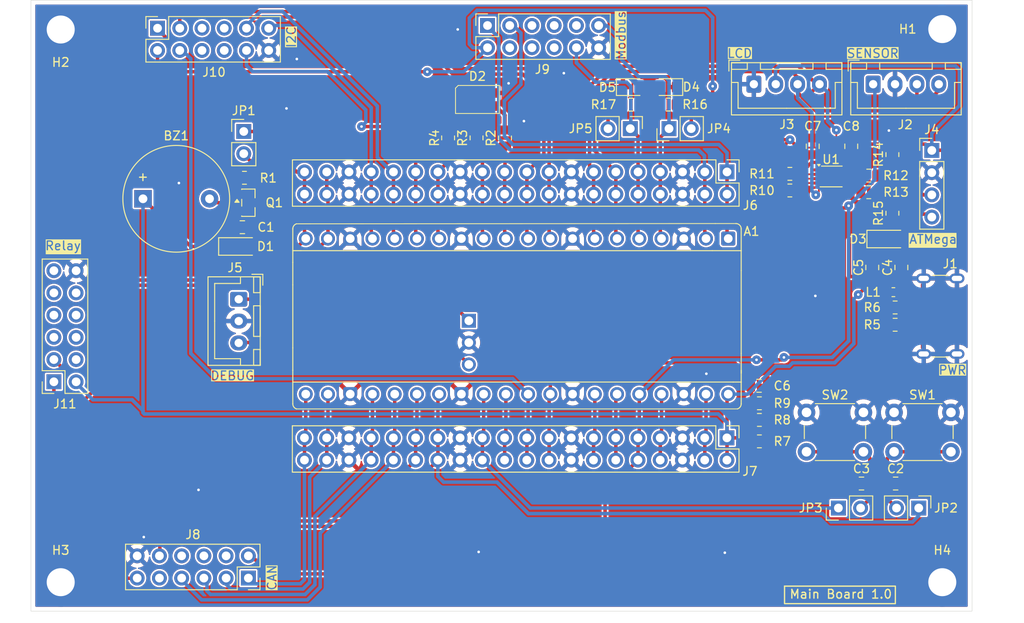
<source format=kicad_pcb>
(kicad_pcb (version 20241229) (generator "pcbnew") (generator_version "9.0")
  (title_block (title "Main_Board") (date "2025-10-26") (rev "1.0") (company "PKl"))
  (layers (0 "F.Cu" signal) (2 "B.Cu" signal) (13 "F.Paste" user) (15 "B.Paste" user) (5 "F.SilkS" user "F.Silkscreen") (7 "B.SilkS" user "B.Silkscreen") (1 "F.Mask" user) (3 "B.Mask" user) (25 "Edge.Cuts" user))
  (net 0 "")
  (net 1 "GPIO12")
  (net 2 "GPIO21")
  (net 3 "GND")
  (net 4 "ADC2")
  (net 5 "ADC_REF")
  (net 6 "GPIO20")
  (net 7 "GPIO9")
  (net 8 "GPIO8")
  (net 9 "ADC0")
  (net 10 "GPIO11")
  (net 11 "SPI0_CS")
  (net 12 "ADC1")
  (net 13 "GPIO2")
  (net 14 "UART0_TX")
  (net 15 "I2C0_SDA")
  (net 16 "SPI0_SCK")
  (net 17 "+3V3")
  (net 18 "SPI0_MOSI")
  (net 19 "I2C0_SCL")
  (net 20 "GPIO3")
  (net 21 "SPI0_MISO")
  (net 22 "I2C1_SCL")
  (net 23 "3V3_EN")
  (net 24 "GPIO22")
  (net 25 "UART0_RX")
  (net 26 "3V3")
  (net 27 "GPIO10")
  (net 28 "RUN")
  (net 29 "5V")
  (net 30 "Net-(BZ1--)")
  (net 31 "I2C1_SDA")
  (net 32 "USB_VBUS")
  (net 33 "USB_CC1")
  (net 34 "USB_CC2")
  (net 35 "SWCLK")
  (net 36 "SWDIO")
  (net 37 "Net-(D2-DO)")
  (net 38 "Net-(D2-VDD)")
  (net 39 "GPIO15")
  (net 40 "GPIO13")
  (net 41 "GPIO14")
  (net 42 "Net-(D2-DI)")
  (net 43 "Net-(D4-A)")
  (net 44 "Net-(D5-A)")
  (net 45 "Net-(Q1-B)")
  (net 46 "Net-(R7-Pad2)")
  (net 47 "Net-(U1-SCL2)")
  (net 48 "Net-(U1-SDA2)")
  (net 49 "I2C_5V_SDA")
  (net 50 "I2C_5V_SCL")
  (net 51 "Net-(JP2-B)")
  (net 52 "Net-(JP3-B)")
  (net 53 "Net-(JP1-B)")
  (net 54 "Net-(JP4-B)")
  (net 55 "Net-(JP5-B)")
  (footprint "Diode_SMD:D_SOD-123F" (layer "F.Cu") (at 188.29 91.27)
    (property "Reference" "D3")
    (property "Value" "SMF5.0A")
  )
  (footprint "Capacitor_SMD:C_0805_2012Metric" (layer "F.Cu") (at 190.015 94.52 -90)
    (property "Reference" "C4")
    (property "Value" "10uF")
  )
  (footprint "MountingHole:MountingHole_3.2mm_M3_DIN965_Pad" (layer "F.Cu") (at 194.69 67.27)
    (property "Reference" "H1")
    (property "Value" "MountingHole_Pad")
  )
  (footprint "Resistor_SMD:R_0805_2012Metric" (layer "F.Cu") (at 163.3875 75.9)
    (property "Reference" "R16")
    (property "Value" "330")
  )
  (footprint "Connector_PinHeader_2.54mm:PinHeader_2x20_P2.54mm_Vertical" (layer "F.Cu") (at 170.09 114 -90)
    (property "Reference" "J7")
    (property "Value" "Pico_Con2")
  )
  (footprint "Resistor_SMD:R_0805_2012Metric" (layer "F.Cu") (at 186.29 85.92 180)
    (property "Reference" "R13")
    (property "Value" "0")
  )
  (footprint "Capacitor_SMD:C_0805_2012Metric" (layer "F.Cu") (at 179.89 80.67 90)
    (property "Reference" "C7")
    (property "Value" "100nF")
  )
  (footprint "Connector_PinSocket_2.54mm:PinSocket_2x06_P2.54mm_Vertical" (layer "F.Cu") (at 115.425 130.03 -90)
    (property "Reference" "J8")
    (property "Value" "CAN")
  )
  (footprint "MountingHole:MountingHole_3.2mm_M3_DIN965_Pad" (layer "F.Cu") (at 93.99 67.32)
    (property "Reference" "H2")
    (property "Value" "MountingHole_Pad")
  )
  (footprint "Resistor_SMD:R_0805_2012Metric" (layer "F.Cu") (at 159.125 75.91 180)
    (property "Reference" "R17")
    (property "Value" "330")
  )
  (footprint "Resistor_SMD:R_0805_2012Metric" (layer "F.Cu") (at 186.29 84.02 180)
    (property "Reference" "R12")
    (property "Value" "0")
  )
  (footprint "Connector_PinHeader_2.54mm:PinHeader_1x02_P2.54mm_Vertical" (layer "F.Cu") (at 182.82 122.02 90)
    (property "Reference" "JP3")
    (property "Value" "Jumper_2_Bridged")
  )
  (footprint "Resistor_SMD:R_0805_2012Metric" (layer "F.Cu") (at 173.7975 110.05)
    (property "Reference" "R9")
    (property "Value" "1K")
  )
  (footprint "Connector_PinHeader_2.54mm:PinHeader_1x04_P2.54mm_Vertical" (layer "F.Cu") (at 193.49 81.14)
    (property "Reference" "J4")
    (property "Value" "ATMega")
  )
  (footprint "Resistor_SMD:R_0805_2012Metric" (layer "F.Cu") (at 173.7975 114.4)
    (property "Reference" "R7")
    (property "Value" "100K")
  )
  (footprint "Connector_PinHeader_2.54mm:PinHeader_1x02_P2.54mm_Vertical" (layer "F.Cu") (at 163.475 78.65 90)
    (property "Reference" "JP4")
    (property "Value" "Jumper_2_Bridged")
  )
  (footprint "Buzzer_Beeper:Buzzer_12x9.5RM7.6" (layer "F.Cu") (at 103.39 86.67)
    (property "Reference" "BZ1")
    (property "Value" "Buzzer 5V 12mm")
  )
  (footprint "Connector_JST:JST_XH_B4B-XH-A_1x04_P2.50mm_Vertical" (layer "F.Cu") (at 186.79 73.57)
    (property "Reference" "J2")
    (property "Value" "Sensor")
  )
  (footprint "Library:RaspberryPi_Pico_Common_Unspecified" (layer "F.Cu") (at 146.11 100.11 -90)
    (property "Reference" "A1")
    (property "Value" "RaspberryPi Pico 2W")
  )
  (footprint "Resistor_SMD:R_0805_2012Metric" (layer "F.Cu") (at 177.2775 85.72)
    (property "Reference" "R10")
    (property "Value" "0")
  )
  (footprint "Connector_PinSocket_2.54mm:PinSocket_2x06_P2.54mm_Vertical" (layer "F.Cu") (at 93.21 107.59 180)
    (property "Reference" "J11")
    (property "Value" "Relay")
  )
  (footprint "LED_SMD:LED_Avago_PLCC4_3.2x2.8mm_CW" (layer "F.Cu") (at 141.59 75.32)
    (property "Reference" "D2")
    (property "Value" "OSTBPCS2C2B")
  )
  (footprint "MountingHole:MountingHole_3.2mm_M3_DIN965_Pad" (layer "F.Cu") (at 194.69 130.5)
    (property "Reference" "H4")
    (property "Value" "MountingHole_Pad")
  )
  (footprint "Button_Switch_THT:SW_PUSH_6mm" (layer "F.Cu") (at 179.18 111.09)
    (property "Reference" "SW2")
    (property "Value" "Tact Switch 6x6mm / 13mm")
  )
  (footprint "Resistor_SMD:R_0805_2012Metric" (layer "F.Cu") (at 141.49 79.7075 -90)
    (property "Reference" "R3")
    (property "Value" "220")
  )
  (footprint "Resistor_SMD:R_0805_2012Metric" (layer "F.Cu") (at 114.9775 84.27)
    (property "Reference" "R1")
    (property "Value" "1K")
  )
  (footprint "Resistor_SMD:R_0805_2012Metric" (layer "F.Cu") (at 138.24 79.7075 -90)
    (property "Reference" "R4")
    (property "Value" "220")
  )
  (footprint "Inductor_SMD:L_0603_1608Metric" (layer "F.Cu") (at 189.1025 97.345)
    (property "Reference" "L1")
    (property "Value" "BLM18AG221SN1D")
  )
  (footprint "Connector_PinSocket_2.54mm:PinSocket_2x06_P2.54mm_Vertical" (layer "F.Cu") (at 142.74 66.86 90)
    (property "Reference" "J9")
    (property "Value" "Modbus")
  )
  (footprint "Capacitor_SMD:C_0805_2012Metric" (layer "F.Cu") (at 185.46 119.22 180)
    (property "Reference" "C3")
    (property "Value" "100nF")
  )
  (footprint "Resistor_SMD:R_0805_2012Metric" (layer "F.Cu") (at 173.7975 111.95 180)
    (property "Reference" "R8")
    (property "Value" "200K")
  )
  (footprint "Connector_PinHeader_2.54mm:PinHeader_1x02_P2.54mm_Vertical" (layer "F.Cu") (at 114.9 78.975)
    (property "Reference" "JP1")
    (property "Value" "Jumper_2_Bridged")
  )
  (footprint "Button_Switch_THT:SW_PUSH_6mm" (layer "F.Cu") (at 189.18 111.09)
    (property "Reference" "SW1")
    (property "Value" "Tact Switch 6x6mm / 13mm")
  )
  (footprint "LED_SMD:LED_0805_2012Metric" (layer "F.Cu") (at 159.15 73.9)
    (property "Reference" "D5")
    (property "Value" "LED")
  )
  (footprint "Connector_PinHeader_2.54mm:PinHeader_1x02_P2.54mm_Vertical" (layer "F.Cu") (at 159.05 78.65 -90)
    (property "Reference" "JP5")
    (property "Value" "Jumper_2_Bridged")
  )
  (footprint "Capacitor_SMD:C_0805_2012Metric" (layer "F.Cu") (at 189.36 119.22)
    (property "Reference" "C2")
    (property "Value" "100nF")
  )
  (footprint "Resistor_SMD:R_0805_2012Metric" (layer "F.Cu") (at 188.99 88.32 -90)
    (property "Reference" "R15")
    (property "Value" "4K7")
  )
  (footprint "Connector_JST:JST_XH_B4B-XH-A_1x04_P2.50mm_Vertical" (layer "F.Cu") (at 173.165 73.57)
    (property "Reference" "J3")
    (property "Value" "LCD 16x2")
  )
  (footprint "LED_SMD:LED_0805_2012Metric" (layer "F.Cu") (at 163.35 73.9 180)
    (property "Reference" "D4")
    (property "Value" "LED")
  )
  (footprint "Capacitor_SMD:C_0805_2012Metric" (layer "F.Cu") (at 114.74 89.92 180)
    (property "Reference" "C1")
    (property "Value" "100nF")
  )
  (footprint "Resistor_SMD:R_0805_2012Metric" (layer "F.Cu") (at 188.99 81.62 -90)
    (property "Reference" "R14")
    (property "Value" "4K7")
  )
  (footprint "Capacitor_SMD:C_0805_2012Metric" (layer "F.Cu") (at 173.76 108.05)
    (property "Reference" "C6")
    (property "Value" "100nF")
  )
  (footprint "Connector_JST:JST_XH_B3B-XH-A_1x03_P2.50mm_Vertical" (layer "F.Cu") (at 114.325 98.15 -90)
    (property "Reference" "J5")
    (property "Value" "DEBUG")
  )
  (footprint "MountingHole:MountingHole_3.2mm_M3_DIN965_Pad" (layer "F.Cu") (at 93.99 130.5)
    (property "Reference" "H3")
    (property "Value" "MountingHole_Pad")
  )
  (footprint "Connector_PinHeader_2.54mm:PinHeader_2x20_P2.54mm_Vertical" (layer "F.Cu") (at 170.1 83.6 -90)
    (property "Reference" "J6")
    (property "Value" "Pico_Con1")
  )
  (footprint "Resistor_SMD:R_0805_2012Metric" (layer "F.Cu") (at 189.3025 99.095)
    (property "Reference" "R6")
    (property "Value" "5K1")
  )
  (footprint "Package_SO:VSSOP-8_2.3x2mm_P0.5mm" (layer "F.Cu") (at 181.99 84.12)
    (property "Reference" "U1")
    (property "Value" "PCA9306DCUR")
  )
  (footprint "Connector_PinSocket_2.54mm:PinSocket_2x06_P2.54mm_Vertical" (layer "F.Cu") (at 105.05 67.17 90)
    (property "Reference" "J10")
    (property "Value" "I2C")
  )
  (footprint "Capacitor_SMD:C_0805_2012Metric" (layer "F.Cu") (at 186.69 94.52 -90)
    (property "Reference" "C5")
    (property "Value" "100nF")
  )
  (footprint "Resistor_SMD:R_0805_2012Metric" (layer "F.Cu") (at 144.74 79.72 -90)
    (property "Reference" "R2")
    (property "Value" "220")
  )
  (footprint "Resistor_SMD:R_0805_2012Metric" (layer "F.Cu") (at 189.3025 101.07)
    (property "Reference" "R5")
    (property "Value" "5K1")
  )
  (footprint "Package_TO_SOT_SMD:SOT-23" (layer "F.Cu") (at 115.4275 87.12)
    (property "Reference" "Q1")
    (property "Value" "BC817-40-DIO")
  )
  (footprint "Connector_USB:USB_C_Receptacle_GCT_USB4125-xx-x_6P_TopMnt_Horizontal" (layer "F.Cu") (at 195.565 100.09 90)
    (property "Reference" "J1")
    (property "Value" "USB_C_Receptacle_PowerOnly_6P")
  )
  (footprint "Capacitor_SMD:C_0805_2012Metric" (layer "F.Cu") (at 184.29 80.67 90)
    (property "Reference" "C8")
    (property "Value" "100nF")
  )
  (footprint "Connector_PinHeader_2.54mm:PinHeader_1x02_P2.54mm_Vertical" (layer "F.Cu") (at 192 122.02 -90)
    (property "Reference" "JP2")
    (property "Value" "Jumper_2_Bridged")
  )
  (footprint "Diode_SMD:D_SOD-123F" (layer "F.Cu") (at 114.24 92.12)
    (property "Reference" "D1")
    (property "Value" "1N4148W-DIO")
  )
  (footprint "Resistor_SMD:R_0805_2012Metric" (layer "F.Cu") (at 177.2775 83.82)
    (property "Reference" "R11")
    (property "Value" "0")
  )
  (gr_rect (start 176.67 130.95) (end 189.33 132.95) (stroke (width 0.15)) (fill no) (layer "F.SilkS"))
  (gr_rect (start 90.59 63.97) (end 198.09 133.81) (stroke (width 0.05)) (fill no) (layer "Edge.Cuts"))
  (gr_text "CAN" (at 118.13 129.97 90) (layer "F.SilkS" knockout) (effects (font (size 1 1))))
  (gr_text "I2C" (at 120.34 68.18 90) (layer "F.SilkS" knockout) (effects (font (size 1 1))))
  (gr_text "Modbus" (at 158 68 90) (layer "F.SilkS" knockout) (effects (font (size 1 1))))
  (gr_text "DEBUG" (at 113.6 106.9 0) (layer "F.SilkS" knockout) (effects (font (size 1 1))))
  (gr_text "SENSOR" (at 186.75 70.05 0) (layer "F.SilkS" knockout) (effects (font (size 1 1))))
  (gr_text "ATMega" (at 193.65 91.3 0) (layer "F.SilkS" knockout) (effects (font (size 1 1))))
  (gr_text "Main Board 1.0" (at 177.17 132.45 0) (layer "F.SilkS") (effects (font (size 1 1)) (justify left bottom)))
  (gr_text "PWR" (at 195.85 106.25 0) (layer "F.SilkS" knockout) (effects (font (size 1 1))))
  (gr_text "LCD" (at 171.55 70.05 0) (layer "F.SilkS" knockout) (effects (font (size 1 1))))
  (gr_text "Relay" (at 94.25 92.04 0) (layer "F.SilkS" knockout) (effects (font (size 1 1))))
  (segment (start 132 86.2) (end 132 91.08) (width 0.4) (layer "F.Cu") (net 1))
  (segment (start 132 91.08) (end 132.14 91.22) (width 0.4) (layer "F.Cu") (net 1))
  (segment (start 132 86.2) (end 132 83.66) (width 0.4) (layer "F.Cu") (net 1))
  (segment (start 131.82 83.6) (end 132 83.6) (width 0.4) (layer "B.Cu") (net 1))
  (segment (start 116.83 65.24) (end 119.32 65.24) (width 0.4) (layer "B.Cu") (net 1))
  (segment (start 115.21 66.86) (end 116.83 65.24) (width 0.4) (layer "B.Cu") (net 1))
  (segment (start 130.16 76.08) (end 130.16 81.94) (width 0.4) (layer "B.Cu") (net 1))
  (segment (start 130.16 81.94) (end 131.82 83.6) (width 0.4) (layer "B.Cu") (net 1))
  (segment (start 119.32 65.24) (end 130.16 76.08) (width 0.4) (layer "B.Cu") (net 1))
  (segment (start 137.08 116.54) (end 137.08 114) (width 0.4) (layer "F.Cu") (net 2))
  (segment (start 133.78 118.14) (end 135.47 118.14) (width 0.4) (layer "F.Cu") (net 2))
  (segment (start 105.265 127.49) (end 105.315 127.44) (width 0.4) (layer "F.Cu") (net 2))
  (segment (start 135.47 118.14) (end 137.07 116.54) (width 0.4) (layer "F.Cu") (net 2))
  (segment (start 107.14 124.13) (end 127.79 124.13) (width 0.4) (layer "F.Cu") (net 2))
  (segment (start 105.315 125.955) (end 107.14 124.13) (width 0.4) (layer "F.Cu") (net 2))
  (segment (start 137.08 109.14) (end 137.22 109) (width 0.4) (layer "F.Cu") (net 2))
  (segment (start 192 122.02) (end 192 122.18) (width 0.4) (layer "F.Cu") (net 2))
  (segment (start 127.79 124.13) (end 133.78 118.14) (width 0.4) (layer "F.Cu") (net 2))
  (segment (start 137.49 116.96) (end 137.07 116.54) (width 0.4) (layer "F.Cu") (net 2))
  (segment (start 105.315 127.44) (end 105.315 125.955) (width 0.4) (layer "F.Cu") (net 2))
  (segment (start 137.08 114) (end 137.08 109.14) (width 0.4) (layer "F.Cu") (net 2))
  (segment (start 137.05 116.56) (end 137.07 116.54) (width 0.4) (layer "F.Cu") (net 2))
  (segment (start 191.28 123.62) (end 181.98 123.62) (width 0.4) (layer "B.Cu") (net 2))
  (segment (start 147.42 122.66) (end 143.82 119.06) (width 0.4) (layer "B.Cu") (net 2))
  (segment (start 181.98 123.62) (end 181.02 122.66) (width 0.4) (layer "B.Cu") (net 2))
  (segment (start 181.02 122.66) (end 147.42 122.66) (width 0.4) (layer "B.Cu") (net 2))
  (segment (start 137.72 119.06) (end 137.07 118.41) (width 0.4) (layer "B.Cu") (net 2))
  (segment (start 143.82 119.06) (end 137.72 119.06) (width 0.4) (layer "B.Cu") (net 2))
  (segment (start 192 122.9) (end 191.28 123.62) (width 0.4) (layer "B.Cu") (net 2))
  (segment (start 137.07 118.41) (end 137.07 116.54) (width 0.4) (layer "B.Cu") (net 2))
  (segment (start 192 122.02) (end 192 122.9) (width 0.4) (layer "B.Cu") (net 2))
  (segment (start 194.96 128.91) (end 195.12 128.75) (width 0.4) (layer "F.Cu") (net 3))
  (via (at 188.59 78.87) (size 1) (drill 0.3) (layers "F.Cu" "B.Cu") (net 3))
  (via (at 139.34 67.31) (size 1) (drill 0.3) (layers "F.Cu" "B.Cu") (net 3))
  (via (at 120.96 70.69) (size 1) (drill 0.3) (layers "F.Cu" "B.Cu") (net 3))
  (via (at 167.74 106.67) (size 1) (drill 0.3) (layers "F.Cu" "B.Cu") (net 3))
  (via (at 103.48 125.34) (size 1) (drill 0.3) (layers "F.Cu" "B.Cu") (net 3))
  (via (at 169.85 127.13) (size 1) (drill 0.3) (layers "F.Cu" "B.Cu") (net 3))
  (via (at 180.19 97.77) (size 1) (drill 0.3) (layers "F.Cu" "B.Cu") (net 3))
  (via (at 151.46 72.31) (size 1) (drill 0.3) (layers "F.Cu" "B.Cu") (net 3))
  (via (at 146.9 77.79) (size 1) (drill 0.3) (layers "F.Cu" "B.Cu") (net 3))
  (via (at 107.49 84.87) (size 1) (drill 0.3) (layers "F.Cu" "B.Cu") (net 3))
  (via (at 145.15 73.47) (size 1) (drill 0.3) (layers "F.Cu" "B.Cu") (net 3))
  (via (at 141.73 127.04) (size 1) (drill 0.3) (layers "F.Cu" "B.Cu") (net 3))
  (via (at 109.73 119.95) (size 1) (drill 0.3) (layers "F.Cu" "B.Cu") (net 3))
  (via (at 119.78 76.34) (size 1) (drill 0.3) (layers "F.Cu" "B.Cu") (net 3))
  (segment (start 155 113.86) (end 154.86 114) (width 0.4) (layer "F.Cu") (net 4))
  (segment (start 154.86 114) (end 154.86 116.54) (width 0.4) (layer "F.Cu") (net 4))
  (segment (start 155 109) (end 155 113.86) (width 0.4) (layer "F.Cu") (net 4))
  (segment (start 157.4 109.14) (end 157.54 109) (width 0.4) (layer "F.Cu") (net 5))
  (segment (start 157.4 116.54) (end 157.4 114) (width 0.4) (layer "F.Cu") (net 5))
  (segment (start 157.4 114) (end 157.4 109.14) (width 0.4) (layer "F.Cu") (net 5))
  (segment (start 99.65 129.52) (end 100.21 130.08) (width 0.4) (layer "F.Cu") (net 6))
  (segment (start 134.53 116.54) (end 127.57 123.5) (width 0.4) (layer "F.Cu") (net 6))
  (segment (start 100.21 130.08) (end 100.24 130.05) (width 0.4) (layer "F.Cu") (net 6))
  (segment (start 101.96 123.5) (end 99.65 125.81) (width 0.4) (layer "F.Cu") (net 6))
  (segment (start 127.57 123.5) (end 101.96 123.5) (width 0.4) (layer "F.Cu") (net 6))
  (segment (start 134.53 114) (end 134.53 116.54) (width 0.4) (layer "F.Cu") (net 6))
  (segment (start 134.68 113.85) (end 134.53 114) (width 0.4) (layer "F.Cu") (net 6))
  (segment (start 102.705 130.05) (end 102.725 130.03) (width 0.4) (layer "F.Cu") (net 6))
  (segment (start 99.65 125.81) (end 99.65 129.52) (width 0.4) (layer "F.Cu") (net 6))
  (segment (start 100.24 130.05) (end 102.705 130.05) (width 0.4) (layer "F.Cu") (net 6))
  (segment (start 134.68 109) (end 134.68 113.85) (width 0.4) (layer "F.Cu") (net 6))
  (segment (start 142.16 91.08) (end 142.3 91.22) (width 0.4) (layer "F.Cu") (net 7))
  (segment (start 142.16 81.29) (end 142.16 83.6) (width 0.4) (layer "F.Cu") (net 7))
  (segment (start 141.49 80.62) (end 142.16 81.29) (width 0.4) (layer "F.Cu") (net 7))
  (segment (start 142.16 86.2) (end 142.16 91.08) (width 0.4) (layer "F.Cu") (net 7))
  (segment (start 142.16 83.66) (end 142.16 86.2) (width 0.4) (layer "F.Cu") (net 7))
  (segment (start 144.7 91.08) (end 144.84 91.22) (width 0.4) (layer "F.Cu") (net 8))
  (segment (start 144.7 83.66) (end 144.7 86.2) (width 0.4) (layer "F.Cu") (net 8))
  (segment (start 144.7 86.2) (end 144.7 91.08) (width 0.4) (layer "F.Cu") (net 8))
  (segment (start 144.74 83.56) (end 144.7 83.6) (width 0.4) (layer "F.Cu") (net 8))
  (segment (start 144.74 80.6325) (end 144.74 83.56) (width 0.4) (layer "F.Cu") (net 8))
  (segment (start 147.38 109) (end 147.38 113.86) (width 0.4) (layer "F.Cu") (net 9))
  (segment (start 147.24 114) (end 147.24 116.54) (width 0.4) (layer "F.Cu") (net 9))
  (segment (start 147.38 113.86) (end 147.24 114) (width 0.4) (layer "F.Cu") (net 9))
  (segment (start 111.75 107.24) (end 145.62 107.24) (width 0.4) (layer "B.Cu") (net 9))
  (segment (start 145.62 107.24) (end 147.38 109) (width 0.4) (layer "B.Cu") (net 9))
  (segment (start 108.85 104.34) (end 111.75 107.24) (width 0.4) (layer "B.Cu") (net 9))
  (segment (start 108.85 70.66) (end 108.85 104.34) (width 0.4) (layer "B.Cu") (net 9))
  (segment (start 107.59 69.4) (end 108.85 70.66) (width 0.4) (layer "B.Cu") (net 9))
  (segment (start 128.35 78.41) (end 134.03 78.41) (width 0.4) (layer "F.Cu") (net 10))
  (segment (start 134.03 78.41) (end 134.54 78.92) (width 0.4) (layer "F.Cu") (net 10))
  (segment (start 134.54 86.2) (end 134.54 91.08) (width 0.4) (layer "F.Cu") (net 10))
  (segment (start 134.54 78.92) (end 134.54 83.6) (width 0.4) (layer "F.Cu") (net 10))
  (segment (start 134.54 83.66) (end 134.54 86.2) (width 0.4) (layer "F.Cu") (net 10))
  (segment (start 134.54 91.08) (end 134.68 91.22) (width 0.4) (layer "F.Cu") (net 10))
  (via (at 128.35 78.41) (size 1) (drill 0.3) (layers "F.Cu" "B.Cu") (net 10))
  (segment (start 115.21 71.43) (end 115.9 72.12) (width 0.4) (layer "B.Cu") (net 10))
  (segment (start 128.35 78.41) (end 128.31 78.45) (width 0.4) (layer "B.Cu") (net 10))
  (segment (start 128.84 77.92) (end 128.35 78.41) (width 0.4) (layer "B.Cu") (net 10))
  (segment (start 128.84 76.52) (end 128.84 77.92) (width 0.4) (layer "B.Cu") (net 10))
  (segment (start 115.21 69.4) (end 115.21 71.43) (width 0.4) (layer "B.Cu") (net 10))
  (segment (start 115.9 72.12) (end 124.44 72.12) (width 0.4) (layer "B.Cu") (net 10))
  (segment (start 124.44 72.12) (end 128.84 76.52) (width 0.4) (layer "B.Cu") (net 10))
  (segment (start 124.52 109) (end 124.52 113.86) (width 0.4) (layer "F.Cu") (net 11))
  (segment (start 124.38 114) (end 124.38 116.54) (width 0.4) (layer "F.Cu") (net 11))
  (segment (start 124.52 113.86) (end 124.38 114) (width 0.4) (layer "F.Cu") (net 11))
  (segment (start 122.43 130.51) (end 121.66 131.28) (width 0.4) (layer "B.Cu") (net 11))
  (segment (start 122.43 118.48) (end 122.43 130.51) (width 0.4) (layer "B.Cu") (net 11))
  (segment (start 112.935 130.775) (end 112.935 130.4) (width 0.4) (layer "B.Cu") (net 11))
  (segment (start 113.44 131.28) (end 112.935 130.775) (width 0.4) (layer "B.Cu") (net 11))
  (segment (start 124.37 116.54) (end 122.43 118.48) (width 0.4) (layer "B.Cu") (net 11))
  (segment (start 121.66 131.28) (end 113.44 131.28) (width 0.4) (layer "B.Cu") (net 11))
  (segment (start 149.78 116.54) (end 149.78 114) (width 0.4) (layer "F.Cu") (net 12))
  (segment (start 149.92 105.89) (end 149.92 109) (width 0.4) (layer "F.Cu") (net 12))
  (segment (start 149.78 109.14) (end 149.92 109) (width 0.4) (layer "F.Cu") (net 12))
  (segment (start 172.81 108.05) (end 172.81 107.24) (width 0.4) (layer "F.Cu") (net 12))
  (segment (start 149.78 114) (end 149.78 109.14) (width 0.4) (layer "F.Cu") (net 12))
  (segment (start 172.81 107.24) (end 170.99 105.42) (width 0.4) (layer "F.Cu") (net 12))
  (segment (start 150.39 105.42) (end 149.92 105.89) (width 0.4) (layer "F.Cu") (net 12))
  (segment (start 170.99 105.42) (end 150.39 105.42) (width 0.4) (layer "F.Cu") (net 12))
  (segment (start 172.885 108.125) (end 172.81 108.05) (width 0.4) (layer "F.Cu") (net 12))
  (segment (start 172.885 110.05) (end 172.885 108.125) (width 0.4) (layer "F.Cu") (net 12))
  (segment (start 162.48 86.2) (end 162.48 91.08) (width 0.4) (layer "F.Cu") (net 13))
  (segment (start 162.48 91.08) (end 162.62 91.22) (width 0.4) (layer "F.Cu") (net 13))
  (segment (start 162.48 83.66) (end 162.48 86.2) (width 0.4) (layer "F.Cu") (net 13))
  (segment (start 162.48 79.645) (end 162.48 83.6) (width 0.4) (layer "F.Cu") (net 13))
  (segment (start 163.475 78.65) (end 162.48 79.645) (width 0.4) (layer "F.Cu") (net 13))
  (segment (start 156.34 66.86) (end 158.08 68.6) (width 0.4) (layer "B.Cu") (net 13))
  (segment (start 163.02 72.71) (end 163.48 73.17) (width 0.4) (layer "B.Cu") (net 13))
  (segment (start 158.08 68.6) (end 158.08 70.79) (width 0.4) (layer "B.Cu") (net 13))
  (segment (start 158.08 70.79) (end 160 72.71) (width 0.4) (layer "B.Cu") (net 13))
  (segment (start 163.475 73.575) (end 163.475 78.65) (width 0.4) (layer "B.Cu") (net 13))
  (segment (start 155.44 66.86) (end 156.34 66.86) (width 0.4) (layer "B.Cu") (net 13))
  (segment (start 160 72.71) (end 163.02 72.71) (width 0.4) (layer "B.Cu") (net 13))
  (segment (start 163.48 73.57) (end 163.475 73.575) (width 0.4) (layer "B.Cu") (net 13))
  (segment (start 163.48 73.17) (end 163.48 73.57) (width 0.4) (layer "B.Cu") (net 13))
  (segment (start 155.455 66.861424) (end 155.455 66.795) (width 0.4) (layer "B.Cu") (net 13))
  (segment (start 170.1 83.66) (end 170.1 86.2) (width 0.4) (layer "F.Cu") (net 14))
  (segment (start 170.1 91.08) (end 170.24 91.22) (width 0.4) (layer "F.Cu") (net 14))
  (segment (start 170.1 86.2) (end 170.1 91.08) (width 0.4) (layer "F.Cu") (net 14))
  (segment (start 169.15 80.47) (end 170.1 81.42) (width 0.4) (layer "B.Cu") (net 14))
  (segment (start 170.1 81.42) (end 170.1 83.6) (width 0.4) (layer "B.Cu") (net 14))
  (segment (start 144.67 79.51) (end 145.63 80.47) (width 0.4) (layer "B.Cu") (net 14))
  (segment (start 144.67 75.48) (end 144.67 79.51) (width 0.4) (layer "B.Cu") (net 14))
  (segment (start 146.56 67.72) (end 146.56 73.59) (width 0.4) (layer "B.Cu") (net 14))
  (segment (start 145.63 80.47) (end 169.15 80.47) (width 0.4) (layer "B.Cu") (net 14))
  (segment (start 146.56 73.59) (end 144.67 75.48) (width 0.4) (layer "B.Cu") (net 14))
  (segment (start 145.295 66.861424) (end 145.701424 66.861424) (width 0.4) (layer "B.Cu") (net 14))
  (segment (start 145.701424 66.861424) (end 146.56 67.72) (width 0.4) (layer "B.Cu") (net 14))
  (segment (start 180.59 84.87) (end 179.04 84.87) (width 0.2) (layer "F.Cu") (net 15))
  (segment (start 157.4 91.08) (end 157.54 91.22) (width 0.4) (layer "F.Cu") (net 15))
  (segment (start 178.18 74.54) (end 178.18 73.585) (width 0.4) (layer "F.Cu") (net 15))
  (segment (start 178.74 75.1) (end 178.18 74.54) (width 0.4) (layer "F.Cu") (net 15))
  (segment (start 155 81.2) (end 157.4 83.6) (width 0.4) (layer "F.Cu") (net 15))
  (segment (start 194.29 74.29) (end 191.37 77.21) (width 0.4) (layer "F.Cu") (net 15))
  (segment (start 180.83 77.21) (end 178.74 75.12) (width 0.4) (layer "F.Cu") (net 15))
  (segment (start 191.37 77.21) (end 180.83 77.21) (width 0.4) (layer "F.Cu") (net 15))
  (segment (start 178.165 72.795) (end 177.49 72.12) (width 0.4) (layer "F.Cu") (net 15))
  (segment (start 179.04 84.87) (end 178.19 85.72) (width 0.2) (layer "F.Cu") (net 15))
  (segment (start 157.4 83.66) (end 157.4 86.2) (width 0.4) (layer "F.Cu") (net 15))
  (segment (start 155 74.11) (end 155 81.2) (width 0.4) (layer "F.Cu") (net 15))
  (segment (start 194.29 73.57) (end 194.29 74.29) (width 0.4) (layer "F.Cu") (net 15))
  (segment (start 178.74 75.12) (end 178.74 75.1) (width 0.4) (layer "F.Cu") (net 15))
  (segment (start 178.18 73.585) (end 178.165 73.57) (width 0.4) (layer "F.Cu") (net 15))
  (segment (start 180.59 85.87) (end 180.59 84.87) (width 0.2) (layer "F.Cu") (net 15))
  (segment (start 180.24 86.22) (end 180.59 85.87) (width 0.2) (layer "F.Cu") (net 15))
  (segment (start 178.165 73.57) (end 178.165 72.795) (width 0.4) (layer "F.Cu") (net 15))
  (segment (start 177.49 72.12) (end 156.99 72.12) (width 0.4) (layer "F.Cu") (net 15))
  (segment (start 156.99 72.12) (end 155 74.11) (width 0.4) (layer "F.Cu") (net 15))
  (segment (start 157.4 86.2) (end 157.4 91.08) (width 0.4) (layer "F.Cu") (net 15))
  (via (at 180.24 86.22) (size 1) (drill 0.3) (layers "F.Cu" "B.Cu") (net 15))
  (segment (start 178.165 73.57) (end 178.165 75.145) (width 0.4) (layer "B.Cu") (net 15))
  (segment (start 179.79 85.77) (end 180.24 86.22) (width 0.4) (layer "B.Cu") (net 15))
  (segment (start 178.165 75.145) (end 179.79 76.77) (width 0.4) (layer "B.Cu") (net 15))
  (segment (start 179.79 76.77) (end 179.79 85.77) (width 0.4) (layer "B.Cu") (net 15))
  (segment (start 129.46 116.54) (end 129.46 114) (width 0.4) (layer "F.Cu") (net 16))
  (segment (start 129.6 113.86) (end 129.46 114) (width 0.4) (layer "F.Cu") (net 16))
  (segment (start 129.6 109) (end 129.6 113.86) (width 0.4) (layer "F.Cu") (net 16))
  (segment (start 110.395 130.4) (end 110.365 130.43) (width 0.4) (layer "B.Cu") (net 16))
  (segment (start 129.45 116.54) (end 123.03 122.96) (width 0.4) (layer "B.Cu") (net 16))
  (segment (start 111.1 131.9) (end 110.7 131.5) (width 0.4) (layer "B.Cu") (net 16))
  (segment (start 110.7 131.5) (end 110.7 130.43) (width 0.4) (layer "B.Cu") (net 16))
  (segment (start 110.67 130.4) (end 110.395 130.4) (width 0.4) (layer "B.Cu") (net 16))
  (segment (start 123.03 130.78) (end 121.91 131.9) (width 0.4) (layer "B.Cu") (net 16))
  (segment (start 121.91 131.9) (end 111.1 131.9) (width 0.4) (layer "B.Cu") (net 16))
  (segment (start 110.7 130.43) (end 110.67 130.4) (width 0.4) (layer "B.Cu") (net 16))
  (segment (start 123.03 122.96) (end 123.03 130.78) (width 0.4) (layer "B.Cu") (net 16))
  (segment (start 167.56 114) (end 167.56 116.54) (width 0.4) (layer "F.Cu") (net 17))
  (segment (start 167.7 113.86) (end 167.56 114) (width 0.4) (layer "F.Cu") (net 17))
  (segment (start 167.7 109) (end 167.7 113.86) (width 0.4) (layer "F.Cu") (net 17))
  (segment (start 132.14 109) (end 132.14 113.86) (width 0.4) (layer "F.Cu") (net 18))
  (segment (start 132.14 113.86) (end 132 114) (width 0.4) (layer "F.Cu") (net 18))
  (segment (start 132 114) (end 132 116.54) (width 0.4) (layer "F.Cu") (net 18))
  (segment (start 123.63 131.05) (end 122.16 132.52) (width 0.4) (layer "B.Cu") (net 18))
  (segment (start 107.97 130.4) (end 107.855 130.4) (width 0.4) (layer "B.Cu") (net 18))
  (segment (start 131.99 116.54) (end 123.63 124.9) (width 0.4) (layer "B.Cu") (net 18))
  (segment (start 123.63 124.9) (end 123.63 131.05) (width 0.4) (layer "B.Cu") (net 18))
  (segment (start 110.09 132.52) (end 107.97 130.4) (width 0.4) (layer "B.Cu") (net 18))
  (segment (start 122.16 132.52) (end 110.09 132.52) (width 0.4) (layer "B.Cu") (net 18))
  (segment (start 181.54 84.37) (end 180.59 84.37) (width 0.2) (layer "F.Cu") (net 19))
  (segment (start 154.4 83.14) (end 154.4 73.81) (width 0.4) (layer "F.Cu") (net 19))
  (segment (start 154.86 83.6) (end 154.4 83.14) (width 0.4) (layer "F.Cu") (net 19))
  (segment (start 178.27 71.52) (end 180.32 73.57) (width 0.4) (layer "F.Cu") (net 19))
  (segment (start 156.69 71.52) (end 178.27 71.52) (width 0.4) (layer "F.Cu") (net 19))
  (segment (start 154.86 91.08) (end 155 91.22) (width 0.4) (layer "F.Cu") (net 19))
  (segment (start 180.32 73.57) (end 180.665 73.57) (width 0.4) (layer "F.Cu") (net 19))
  (segment (start 182.59 78.82) (end 182.59 81.52) (width 0.2) (layer "F.Cu") (net 19))
  (segment (start 182.34 83.57) (end 181.54 84.37) (width 0.2) (layer "F.Cu") (net 19))
  (segment (start 154.4 73.81) (end 156.69 71.52) (width 0.4) (layer "F.Cu") (net 19))
  (segment (start 191.79 75.94) (end 191.12 76.61) (width 0.4) (layer "F.Cu") (net 19))
  (segment (start 154.86 83.66) (end 154.86 86.2) (width 0.4) (layer "F.Cu") (net 19))
  (segment (start 191.12 76.61) (end 181.15 76.61) (width 0.4) (layer "F.Cu") (net 19))
  (segment (start 179.75 75.21) (end 179.75 74.485) (width 0.4) (layer "F.Cu") (net 19))
  (segment (start 182.59 81.52) (end 182.34 81.77) (width 0.2) (layer "F.Cu") (net 19))
  (segment (start 154.86 86.2) (end 154.86 91.08) (width 0.4) (layer "F.Cu") (net 19))
  (segment (start 178.74 84.37) (end 178.19 83.82) (width 0.2) (layer "F.Cu") (net 19))
  (segment (start 181.15 76.61) (end 179.75 75.21) (width 0.4) (layer "F.Cu") (net 19))
  (segment (start 191.79 73.57) (end 191.79 75.94) (width 0.4) (layer "F.Cu") (net 19))
  (segment (start 182.34 81.77) (end 182.34 83.57) (width 0.2) (layer "F.Cu") (net 19))
  (segment (start 179.75 74.485) (end 180.665 73.57) (width 0.4) (layer "F.Cu") (net 19))
  (segment (start 180.59 84.37) (end 178.74 84.37) (width 0.2) (layer "F.Cu") (net 19))
  (via (at 182.59 78.82) (size 1) (drill 0.3) (layers "F.Cu" "B.Cu") (net 19))
  (segment (start 180.665 73.57) (end 181.59 74.495) (width 0.4) (layer "B.Cu") (net 19))
  (segment (start 181.59 74.495) (end 181.59 77.82) (width 0.4) (layer "B.Cu") (net 19))
  (segment (start 181.59 77.82) (end 182.59 78.82) (width 0.4) (layer "B.Cu") (net 19))
  (segment (start 159.94 83.66) (end 159.94 86.2) (width 0.4) (layer "F.Cu") (net 20))
  (segment (start 159.94 86.2) (end 159.94 91.08) (width 0.4) (layer "F.Cu") (net 20))
  (segment (start 159.94 79.54) (end 159.94 83.6) (width 0.4) (layer "F.Cu") (net 20))
  (segment (start 159.05 78.65) (end 159.94 79.54) (width 0.4) (layer "F.Cu") (net 20))
  (segment (start 159.94 91.08) (end 160.08 91.22) (width 0.4) (layer "F.Cu") (net 20))
  (segment (start 159.11 73.83) (end 159.11 78.59) (width 0.4) (layer "B.Cu") (net 20))
  (segment (start 159.11 78.59) (end 159.05 78.65) (width 0.4) (layer "B.Cu") (net 20))
  (segment (start 158.61 73.33) (end 159.11 73.83) (width 0.4) (layer "B.Cu") (net 20))
  (segment (start 152.9 71.13) (end 155.1 73.33) (width 0.4) (layer "B.Cu") (net 20))
  (segment (start 152.9 69.4) (end 152.9 71.13) (width 0.4) (layer "B.Cu") (net 20))
  (segment (start 155.1 73.33) (end 158.61 73.33) (width 0.4) (layer "B.Cu") (net 20))
  (segment (start 121.84 114) (end 121.84 116.54) (width 0.4) (layer "F.Cu") (net 21))
  (segment (start 121.98 113.86) (end 121.84 114) (width 0.4) (layer "F.Cu") (net 21))
  (segment (start 121.98 109) (end 121.98 113.86) (width 0.4) (layer "F.Cu") (net 21))
  (segment (start 115.755 130.68) (end 115.475 130.4) (width 0.4) (layer "B.Cu") (net 21))
  (segment (start 121.83 130.22) (end 121.37 130.68) (width 0.4) (layer "B.Cu") (net 21))
  (segment (start 121.83 116.54) (end 121.83 130.22) (width 0.4) (layer "B.Cu") (net 21))
  (segment (start 121.37 130.68) (end 115.755 130.68) (width 0.4) (layer "B.Cu") (net 21))
  (segment (start 108.85 66.47) (end 109.43 65.89) (width 0.4) (layer "F.Cu") (net 22))
  (segment (start 105.05 67.27) (end 106.2 68.42) (width 0.4) (layer "F.Cu") (net 22))
  (segment (start 147.24 83.66) (end 147.24 86.2) (width 0.4) (layer "F.Cu") (net 22))
  (segment (start 108.56 68.42) (end 108.85 68.13) (width 0.4) (layer "F.Cu") (net 22))
  (segment (start 108.85 68.13) (end 108.85 66.47) (width 0.4) (layer "F.Cu") (net 22))
  (segment (start 106.2 68.42) (end 108.56 68.42) (width 0.4) (layer "F.Cu") (net 22))
  (segment (start 149.18 81.66) (end 147.24 83.6) (width 0.4) (layer "F.Cu") (net 22))
  (segment (start 149.18 74.84) (end 149.18 81.66) (width 0.4) (layer "F.Cu") (net 22))
  (segment (start 105.05 66.86) (end 105.05 67.27) (width 0.4) (layer "F.Cu") (net 22))
  (segment (start 147.24 86.2) (end 147.24 91.08) (width 0.4) (layer "F.Cu") (net 22))
  (segment (start 138.781472 72.42) (end 146.76 72.42) (width 0.4) (layer "F.Cu") (net 22))
  (segment (start 109.43 65.89) (end 132.251472 65.89) (width 0.4) (layer "F.Cu") (net 22))
  (segment (start 147.24 91.08) (end 147.38 91.22) (width 0.4) (layer "F.Cu") (net 22))
  (segment (start 146.76 72.42) (end 149.18 74.84) (width 0.4) (layer "F.Cu") (net 22))
  (segment (start 132.251472 65.89) (end 138.781472 72.42) (width 0.4) (layer "F.Cu") (net 22))
  (segment (start 162.62 113.86) (end 162.48 114) (width 0.4) (layer "F.Cu") (net 23))
  (segment (start 162.48 114) (end 162.48 116.54) (width 0.4) (layer "F.Cu") (net 23))
  (segment (start 162.62 109) (end 162.62 113.86) (width 0.4) (layer "F.Cu") (net 23))
  (segment (start 142.3 113.86) (end 142.16 114) (width 0.4) (layer "F.Cu") (net 24))
  (segment (start 142.16 114) (end 142.16 116.54) (width 0.4) (layer "F.Cu") (net 24))
  (segment (start 182.82 122.02) (end 182.82 122.28) (width 0.4) (layer "F.Cu") (net 24))
  (segment (start 141.64 117.05) (end 142.15 116.54) (width 0.4) (layer "F.Cu") (net 24))
  (segment (start 142.3 109) (end 142.3 113.86) (width 0.4) (layer "F.Cu") (net 24))
  (segment (start 182.82 122.02) (end 147.63 122.02) (width 0.4) (layer "B.Cu") (net 24))
  (segment (start 147.63 122.02) (end 142.15 116.54) (width 0.4) (layer "B.Cu") (net 24))
  (segment (start 167.56 86.2) (end 167.56 91.08) (width 0.4) (layer "F.Cu") (net 25))
  (segment (start 167.56 91.08) (end 167.7 91.22) (width 0.4) (layer "F.Cu") (net 25))
  (segment (start 167.56 83.66) (end 167.56 86.2) (width 0.4) (layer "F.Cu") (net 25))
  (segment (start 166.86 81.09) (end 167.52 81.75) (width 0.4) (layer "B.Cu") (net 25))
  (segment (start 144.03 68.24) (end 144.03 79.78) (width 0.4) (layer "B.Cu") (net 25))
  (segment (start 145.34 81.09) (end 166.86 81.09) (width 0.4) (layer "B.Cu") (net 25))
  (segment (start 144.03 79.78) (end 145.34 81.09) (width 0.4) (layer "B.Cu") (net 25))
  (segment (start 142.755 66.861424) (end 142.651424 66.861424) (width 0.4) (layer "B.Cu") (net 25))
  (segment (start 167.52 83.56) (end 167.56 83.6) (width 0.4) (layer "B.Cu") (net 25))
  (segment (start 167.52 81.75) (end 167.52 83.56) (width 0.4) (layer "B.Cu") (net 25))
  (segment (start 142.651424 66.861424) (end 144.03 68.24) (width 0.4) (layer "B.Cu") (net 25))
  (segment (start 105.78 72.15) (end 135.86 72.15) (width 0.4) (layer "F.Cu") (net 26))
  (segment (start 159.94 114) (end 159.94 116.54) (width 0.4) (layer "F.Cu") (net 26))
  (segment (start 176.365 86.845) (end 176.365 84.12) (width 0.4) (layer "F.Cu") (net 26))
  (segment (start 172.62 79.92) (end 168.46 75.76) (width 0.4) (layer "F.Cu") (net 26))
  (segment (start 117.84 129.55) (end 116.2 127.91) (width 0.4) (layer "F.Cu") (net 26))
  (segment (start 168.46 73.76) (end 168.42 73.72) (width 0.4) (layer "F.Cu") (net 26))
  (segment (start 173.47 105.08) (end 176.32 105.08) (width 0.4) (layer "F.Cu") (net 26))
  (segment (start 183.74 87.72) (end 177.24 87.72) (width 0.4) (layer "F.Cu") (net 26))
  (segment (start 177.29 79.92) (end 178.99 81.62) (width 0.4) (layer "F.Cu") (net 26))
  (segment (start 176.32 105.08) (end 176.6 104.8) (width 0.4) (layer "F.Cu") (net 26))
  (segment (start 168.46 75.76) (end 168.46 73.8) (width 0.4) (layer "F.Cu") (net 26))
  (segment (start 178.99 81.62) (end 179.89 81.62) (width 0.4) (layer "F.Cu") (net 26))
  (segment (start 154.48 129.55) (end 117.84 129.55) (width 0.4) (layer "F.Cu") (net 26))
  (segment (start 179.04 82.52) (end 179.89 81.67) (width 0.2) (layer "F.Cu") (net 26))
  (segment (start 116.2 127.91) (end 115.525 127.91) (width 0.4) (layer "F.Cu") (net 26))
  (segment (start 105.05 71.42) (end 105.78 72.15) (width 0.4) (layer "F.Cu") (net 26))
  (segment (start 183.99 87.47) (end 183.74 87.72) (width 0.4) (layer "F.Cu") (net 26))
  (segment (start 135.86 72.15) (end 135.98 72.03) (width 0.4) (layer "F.Cu") (net 26))
  (segment (start 176.39 80.82) (end 177.29 79.92) (width 0.4) (layer "F.Cu") (net 26))
  (segment (start 176.365 84.12) (end 176.39 84.095) (width 0.4) (layer "F.Cu") (net 26))
  (segment (start 177.24 87.72) (end 176.365 86.845) (width 0.4) (layer "F.Cu") (net 26))
  (segment (start 180.59 83.87) (end 179.19 83.87) (width 0.2) (layer "F.Cu") (net 26))
  (segment (start 105.05 69.71) (end 105.05 71.42) (width 0.4) (layer "F.Cu") (net 26))
  (segment (start 177.29 79.92) (end 172.62 79.92) (width 0.4) (layer "F.Cu") (net 26))
  (segment (start 115.525 127.91) (end 115.475 127.86) (width 0.4) (layer "F.Cu") (net 26))
  (segment (start 156.17 120.3) (end 156.17 127.86) (width 0.4) (layer "F.Cu") (net 26))
  (segment (start 179.04 83.72) (end 179.04 82.52) (width 0.2) (layer "F.Cu") (net 26))
  (segment (start 160.08 109) (end 160.08 113.86) (width 0.4) (layer "F.Cu") (net 26))
  (segment (start 179.19 83.87) (end 179.04 83.72) (width 0.2) (layer "F.Cu") (net 26))
  (segment (start 160.08 113.86) (end 159.94 114) (width 0.4) (layer "F.Cu") (net 26))
  (segment (start 156.17 127.86) (end 154.48 129.55) (width 0.4) (layer "F.Cu") (net 26))
  (segment (start 176.39 84.095) (end 176.39 80.82) (width 0.4) (layer "F.Cu") (net 26))
  (segment (start 159.93 116.54) (end 156.17 120.3) (width 0.4) (layer "F.Cu") (net 26))
  (segment (start 168.46 73.8) (end 168.46 73.76) (width 0.4) (layer "F.Cu") (net 26))
  (via (at 176.6 104.8) (size 1) (drill 0.3) (layers "F.Cu" "B.Cu") (net 26))
  (via (at 183.99 87.47) (size 1) (drill 0.3) (layers "F.Cu" "B.Cu") (net 26))
  (via (at 173.47 105.08) (size 1) (drill 0.3) (layers "F.Cu" "B.Cu") (net 26))
  (via (at 168.46 73.8) (size 1) (drill 0.3) (layers "F.Cu" "B.Cu") (net 26))
  (via (at 135.86 72.15) (size 1) (drill 0.3) (layers "F.Cu" "B.Cu") (net 26))
  (via (at 177.29 79.92) (size 1) (drill 0.3) (layers "F.Cu" "B.Cu") (net 26))
  (segment (start 168.46 73.8) (end 168.46 65.95) (width 0.4) (layer "B.Cu") (net 26))
  (segment (start 140.67 68.99) (end 141.08 69.4) (width 0.4) (layer "B.Cu") (net 26))
  (segment (start 186.99 84.47) (end 183.99 87.47) (width 0.4) (layer "B.Cu") (net 26))
  (segment (start 182.11 104.8) (end 176.6 104.8) (width 0.4) (layer "B.Cu") (net 26))
  (segment (start 186.79 73.57) (end 186.99 73.77) (width 0.4) (layer "B.Cu") (net 26))
  (segment (start 186.99 73.77) (end 186.99 84.47) (width 0.4) (layer "B.Cu") (net 26))
  (segment (start 168.46 65.95) (end 167.63 65.12) (width 0.4) (layer "B.Cu") (net 26))
  (segment (start 183.99 102.92) (end 182.11 104.8) (width 0.4) (layer "B.Cu") (net 26))
  (segment (start 167.63 65.12) (end 141.56 65.12) (width 0.4) (layer "B.Cu") (net 26))
  (segment (start 177.29 79.92) (end 176.99 79.92) (width 0.4) (layer "B.Cu") (net 26))
  (segment (start 164 105.08) (end 173.47 105.08) (width 0.4) (layer "B.Cu") (net 26))
  (segment (start 173.47 105.08) (end 173.54 105.08) (width 0.4) (layer "B.Cu") (net 26))
  (segment (start 140.67 66.01) (end 140.67 68.99) (width 0.4) (layer "B.Cu") (net 26))
  (segment (start 141.08 69.4) (end 142.74 69.4) (width 0.4) (layer "B.Cu") (net 26))
  (segment (start 142.74 69.4) (end 142.741424 69.401424) (width 0.4) (layer "B.Cu") (net 26))
  (segment (start 183.99 87.47) (end 183.99 102.92) (width 0.4) (layer "B.Cu") (net 26))
  (segment (start 140.006424 72.15) (end 135.86 72.15) (width 0.4) (layer "B.Cu") (net 26))
  (segment (start 142.755 69.401424) (end 140.006424 72.15) (width 0.4) (layer "B.Cu") (net 26))
  (segment (start 141.56 65.12) (end 140.67 66.01) (width 0.4) (layer "B.Cu") (net 26))
  (segment (start 160.08 109) (end 164 105.08) (width 0.4) (layer "B.Cu") (net 26))
  (segment (start 142.741424 69.401424) (end 142.755 69.401424) (width 0.4) (layer "B.Cu") (net 26))
  (segment (start 138.24 82.44) (end 137.08 83.6) (width 0.4) (layer "F.Cu") (net 27))
  (segment (start 138.24 80.62) (end 138.24 82.44) (width 0.4) (layer "F.Cu") (net 27))
  (segment (start 137.08 86.2) (end 137.08 91.08) (width 0.4) (layer "F.Cu") (net 27))
  (segment (start 137.08 91.08) (end 137.22 91.22) (width 0.4) (layer "F.Cu") (net 27))
  (segment (start 137.08 83.66) (end 137.08 86.2) (width 0.4) (layer "F.Cu") (net 27))
  (segment (start 144.7 116.54) (end 144.7 114) (width 0.4) (layer "F.Cu") (net 28))
  (segment (start 144.84 113.86) (end 144.7 114) (width 0.4) (layer "F.Cu") (net 28))
  (segment (start 144.84 109) (end 144.84 113.86) (width 0.4) (layer "F.Cu") (net 28))
  (segment (start 188.99 80.42) (end 185.49 80.42) (width 0.4) (layer "F.Cu") (net 29))
  (segment (start 170.1 109.14) (end 170.24 109) (width 0.4) (layer "F.Cu") (net 29))
  (segment (start 184.09 91.42) (end 184.09 95.42) (width 0.4) (layer "F.Cu") (net 29))
  (segment (start 172.485 114) (end 172.885 114.4) (width 0.4) (layer "F.Cu") (net 29))
  (segment (start 195.89 81.52) (end 195.49 81.12) (width 0.4) (layer "F.Cu") (net 29))
  (segment (start 192.59 90.52) (end 195.19 90.52) (width 0.4) (layer "F.Cu") (net 29))
  (segment (start 192.77 80.42) (end 193.49 81.14) (width 0.4) (layer "F.Cu") (net 29))
  (segment (start 183.39 83.37) (end 184.29 82.47) (width 0.2) (layer "F.Cu") (net 29))
  (segment (start 170.09 114) (end 172.485 114) (width 0.4) (layer "F.Cu") (net 29))
  (segment (start 189.3775 89.02) (end 191.09 89.02) (width 0.4) (layer "F.Cu") (net 29))
  (segment (start 187.5775 89.2325) (end 186.89 89.92) (width 0.4) (layer "F.Cu") (net 29))
  (segment (start 113.79 91.17) (end 112.84 92.12) (width 0.4) (layer "F.Cu") (net 29))
  (segment (start 186.69 95.47) (end 186.69 96.02) (width 0.4) (layer "F.Cu") (net 29))
  (segment (start 185.49 80.42) (end 184.29 81.62) (width 0.4) (layer "F.Cu") (net 29))
  (segment (start 170.1 116.54) (end 170.1 114) (width 0.4) (layer "F.Cu") (net 29))
  (segment (start 186.89 89.92) (end 186.89 91.27) (width 0.4) (layer "F.Cu") (net 29))
  (segment (start 103.39 86.67) (end 108.84 92.12) (width 0.4) (layer "F.Cu") (net 29))
  (segment (start 184.29 82.47) (end 184.29 81.62) (width 0.2) (layer "F.Cu") (net 29))
  (segment (start 170.1 114) (end 170.1 109.14) (width 0.4) (layer "F.Cu") (net 29))
  (segment (start 186.69 95.47) (end 187.865 95.47) (width 0.4) (layer "F.Cu") (net 29))
  (segment (start 108.84 92.12) (end 112.84 92.12) (width 0.4) (layer "F.Cu") (net 29))
  (segment (start 175.665 73.57) (end 175.74 73.57) (width 0.4) (layer "F.Cu") (net 29))
  (segment (start 184.24 95.57) (end 186.59 95.57) (width 0.4) (layer "F.Cu") (net 29))
  (segment (start 188.99 80.42) (end 192.77 80.42) (width 0.4) (layer "F.Cu") (net 29))
  (segment (start 193.51 81.12) (end 193.49 81.14) (width 0.4) (layer "F.Cu") (net 29))
  (segment (start 184.09 95.42) (end 184.24 95.57) (width 0.4) (layer "F.Cu") (net 29))
  (segment (start 187.865 95.47) (end 188.315 95.92) (width 0.4) (layer "F.Cu") (net 29))
  (segment (start 195.19 90.52) (end 195.89 89.82) (width 0.4) (layer "F.Cu") (net 29))
  (segment (start 113.79 89.92) (end 113.79 91.17) (width 0.4) (layer "F.Cu") (net 29))
  (segment (start 186.89 91.27) (end 184.24 91.27) (width 0.4) (layer "F.Cu") (net 29))
  (segment (start 188.99 89.2325) (end 187.5775 89.2325) (width 0.4) (layer "F.Cu") (net 29))
  (segment (start 189.0775 89.32) (end 189.3775 89.02) (width 0.4) (layer "F.Cu") (net 29))
  (segment (start 188.315 95.92) (end 188.315 97.345) (width 0.4) (layer "F.Cu") (net 29))
  (segment (start 186.59 95.57) (end 186.69 95.47) (width 0.4) (layer "F.Cu") (net 29))
  (segment (start 183.39 83.87) (end 183.39 83.37) (width 0.2) (layer "F.Cu") (net 29))
  (segment (start 186.69 96.02) (end 185.09 97.62) (width 0.4) (layer "F.Cu") (net 29))
  (segment (start 191.09 89.02) (end 192.59 90.52) (width 0.4) (layer "F.Cu") (net 29))
  (segment (start 195.89 89.82) (end 195.89 81.52) (width 0.4) (layer "F.Cu") (net 29))
  (segment (start 189.39 80.3075) (end 188.99 80.7075) (width 0.4) (layer "F.Cu") (net 29))
  (segment (start 195.49 81.12) (end 193.51 81.12) (width 0.4) (layer "F.Cu") (net 29))
  (segment (start 186.69 95.47) (end 190.015 95.47) (width 0.4) (layer "F.Cu") (net 29))
  (segment (start 184.24 91.27) (end 184.09 91.42) (width 0.4) (layer "F.Cu") (net 29))
  (via (at 185.09 97.62) (size 1) (drill 0.3) (layers "F.Cu" "B.Cu") (net 29))
  (segment (start 196.64 76.02) (end 193.49 79.17) (width 0.4) (layer "B.Cu") (net 29))
  (segment (start 172.46 109) (end 170.24 109) (width 0.4) (layer "B.Cu") (net 29))
  (segment (start 184.59 98.12) (end 184.59 103.22) (width 0.4) (layer "B.Cu") (net 29))
  (segment (start 170.09 112.27) (end 169.09 111.27) (width 0.4) (layer "B.Cu") (net 29))
  (segment (start 182.39 105.42) (end 177.59 105.42) (width 0.4) (layer "B.Cu") (net 29))
  (segment (start 169.09 111.27) (end 114.04 111.27) (width 0.4) (layer "B.Cu") (net 29))
  (segment (start 95.75 107.73) (end 97.66 109.64) (width 0.4) (layer "B.Cu") (net 29))
  (segment (start 193.49 79.17) (end 193.49 81.14) (width 0.4) (layer "B.Cu") (net 29))
  (segment (start 103.54 111.27) (end 114.04 111.27) (width 0.4) (layer "B.Cu") (net 29))
  (segment (start 196.64 71.92) (end 196.64 76.02) (width 0.4) (layer "B.Cu") (net 29))
  (segment (start 175.665 73.57) (end 175.64 73.545) (width 0.4) (layer "B.Cu") (net 29))
  (segment (start 175.64 71.92) (end 176.09 71.47) (width 0.4) (layer "B.Cu") (net 29))
  (segment (start 97.66 109.64) (end 102.14 109.64) (width 0.4) (layer "B.Cu") (net 29))
  (segment (start 103.39 111.12) (end 103.54 111.27) (width 0.4) (layer "B.Cu") (net 29))
  (segment (start 176.09 71.47) (end 196.19 71.47) (width 0.4) (layer "B.Cu") (net 29))
  (segment (start 103.39 110.89) (end 103.39 111.12) (width 0.4) (layer "B.Cu") (net 29))
  (segment (start 177.19 105.82) (end 175.64 105.82) (width 0.4) (layer "B.Cu") (net 29))
  (segment (start 196.19 71.47) (end 196.64 71.92) (width 0.4) (layer "B.Cu") (net 29))
  (segment (start 175.64 73.545) (end 175.64 71.92) (width 0.4) (layer "B.Cu") (net 29))
  (segment (start 95.75 107.59) (end 95.75 107.73) (width 0.4) (layer "B.Cu") (net 29))
  (segment (start 185.09 97.62) (end 184.59 98.12) (width 0.4) (layer "B.Cu") (net 29))
  (segment (start 175.33 73.905) (end 175.665 73.57) (width 0.4) (layer "B.Cu") (net 29))
  (segment (start 170.09 114) (end 170.09 112.27) (width 0.4) (layer "B.Cu") (net 29))
  (segment (start 177.59 105.42) (end 177.19 105.82) (width 0.4) (layer "B.Cu") (net 29))
  (segment (start 102.14 109.64) (end 103.39 110.89) (width 0.4) (layer "B.Cu") (net 29))
  (segment (start 184.59 103.22) (end 182.39 105.42) (width 0.4) (layer "B.Cu") (net 29))
  (segment (start 175.64 105.82) (end 172.46 109) (width 0.4) (layer "B.Cu") (net 29))
  (segment (start 103.39 86.67) (end 103.39 110.89) (width 0.4) (layer "B.Cu") (net 29))
  (segment (start 116.365 87.12) (end 111.44 87.12) (width 0.4) (layer "F.Cu") (net 30))
  (segment (start 116.365 89.245) (end 115.69 89.92) (width 0.4) (layer "F.Cu") (net 30))
  (segment (start 116.365 87.12) (end 116.365 89.245) (width 0.4) (layer "F.Cu") (net 30))
  (segment (start 115.69 92.07) (end 115.64 92.12) (width 0.4) (layer "F.Cu") (net 30))
  (segment (start 111.44 87.12) (end 110.99 86.67) (width 0.4) (layer "F.Cu") (net 30))
  (segment (start 115.69 89.92) (end 115.69 92.07) (width 0.4) (layer "F.Cu") (net 30))
  (segment (start 139 71.79) (end 147.01 71.79) (width 0.4) (layer "F.Cu") (net 31))
  (segment (start 149.78 83.66) (end 149.78 86.2) (width 0.4) (layer "F.Cu") (net 31))
  (segment (start 107.59 65.75) (end 108.07 65.27) (width 0.4) (layer "F.Cu") (net 31))
  (segment (start 107.59 66.86) (end 107.59 65.75) (width 0.4) (layer "F.Cu") (net 31))
  (segment (start 108.07 65.27) (end 132.48 65.27) (width 0.4) (layer "F.Cu") (net 31))
  (segment (start 149.78 74.56) (end 149.78 83.6) (width 0.4) (layer "F.Cu") (net 31))
  (segment (start 147.01 71.79) (end 149.78 74.56) (width 0.4) (layer "F.Cu") (net 31))
  (segment (start 149.78 86.2) (end 149.78 91.08) (width 0.4) (layer "F.Cu") (net 31))
  (segment (start 132.48 65.27) (end 139 71.79) (width 0.4) (layer "F.Cu") (net 31))
  (segment (start 149.78 91.08) (end 149.92 91.22) (width 0.4) (layer "F.Cu") (net 31))
  (segment (start 191.44 98.57) (end 192.485 98.57) (width 0.4) (layer "F.Cu") (net 32))
  (segment (start 194.365 98.57) (end 194.74 98.945) (width 0.4) (layer "F.Cu") (net 32))
  (segment (start 190.215 97.345) (end 191.44 98.57) (width 0.4) (layer "F.Cu") (net 32))
  (segment (start 194.74 98.945) (end 194.74 101.17) (width 0.4) (layer "F.Cu") (net 32))
  (segment (start 194.74 101.17) (end 194.315 101.595) (width 0.4) (layer "F.Cu") (net 32))
  (segment (start 192.485 98.57) (end 194.365 98.57) (width 0.4) (layer "F.Cu") (net 32))
  (segment (start 189.89 97.345) (end 190.215 97.345) (width 0.4) (layer "F.Cu") (net 32))
  (segment (start 192.5 101.595) (end 192.485 101.61) (width 0.4) (layer "F.Cu") (net 32))
  (segment (start 194.315 101.595) (end 192.5 101.595) (width 0.4) (layer "F.Cu") (net 32))
  (segment (start 190.695 100.59) (end 190.215 101.07) (width 0.4) (layer "F.Cu") (net 33))
  (segment (start 192.485 100.59) (end 190.695 100.59) (width 0.4) (layer "F.Cu") (net 33))
  (segment (start 190.71 99.59) (end 192.485 99.59) (width 0.4) (layer "F.Cu") (net 34))
  (segment (start 190.215 99.095) (end 190.71 99.59) (width 0.4) (layer "F.Cu") (net 34))
  (segment (start 138.15 98.15) (end 140.61 100.61) (width 0.4) (layer "F.Cu") (net 35))
  (segment (start 114.325 98.15) (end 138.15 98.15) (width 0.4) (layer "F.Cu") (net 35))
  (segment (start 140.61 105.61) (end 138.1 103.1) (width 0.4) (layer "F.Cu") (net 36))
  (segment (start 114.375 103.1) (end 114.325 103.15) (width 0.4) (layer "F.Cu") (net 36))
  (segment (start 138.1 103.1) (end 114.375 103.1) (width 0.4) (layer "F.Cu") (net 36))
  (segment (start 141.28 74.66) (end 141.28 78.585) (width 0.4) (layer "F.Cu") (net 37))
  (segment (start 141.28 78.585) (end 141.49 78.795) (width 0.4) (layer "F.Cu") (net 37))
  (segment (start 140.09 74.57) (end 141.19 74.57) (width 0.4) (layer "F.Cu") (net 37))
  (segment (start 141.19 74.57) (end 141.28 74.66) (width 0.4) (layer "F.Cu") (net 37))
  (segment (start 143.69 76.07) (end 144.74 77.12) (width 0.4) (layer "F.Cu") (net 38))
  (segment (start 144.74 77.12) (end 144.74 78.8075) (width 0.4) (layer "F.Cu") (net 38))
  (segment (start 143.09 76.07) (end 143.69 76.07) (width 0.4) (layer "F.Cu") (net 38))
  (segment (start 98.53 104.85) (end 98.53 97.77) (width 0.4) (layer "F.Cu") (net 39))
  (segment (start 120.95 83.6) (end 121.84 83.6) (width 0.4) (layer "F.Cu") (net 39))
  (segment (start 93.21 105.05) (end 94.49 106.33) (width 0.4) (layer "F.Cu") (net 39))
  (segment (start 121.84 86.2) (end 121.84 91.08) (width 0.4) (layer "F.Cu") (net 39))
  (segment (start 116.325 78.975) (end 120.95 83.6) (width 0.4) (layer "F.Cu") (net 39))
  (segment (start 98.53 97.77) (end 100.34 95.96) (width 0.4) (layer "F.Cu") (net 39))
  (segment (start 114.9 78.975) (end 116.325 78.975) (width 0.4) (layer "F.Cu") (net 39))
  (segment (start 117.24 95.96) (end 121.98 91.22) (width 0.4) (layer "F.Cu") (net 39))
  (segment (start 100.34 95.96) (end 117.24 95.96) (width 0.4) (layer "F.Cu") (net 39))
  (segment (start 121.84 91.08) (end 121.98 91.22) (width 0.4) (layer "F.Cu") (net 39))
  (segment (start 97.05 106.33) (end 98.53 104.85) (width 0.4) (layer "F.Cu") (net 39))
  (segment (start 121.84 83.66) (end 121.84 86.2) (width 0.4) (layer "F.Cu") (net 39))
  (segment (start 94.49 106.33) (end 97.05 106.33) (width 0.4) (layer "F.Cu") (net 39))
  (segment (start 129.46 86.2) (end 129.46 83.66) (width 0.4) (layer "F.Cu") (net 40))
  (segment (start 129.46 91.08) (end 129.6 91.22) (width 0.4) (layer "F.Cu") (net 40))
  (segment (start 129.46 86.2) (end 129.46 91.08) (width 0.4) (layer "F.Cu") (net 40))
  (segment (start 129.46 76.26) (end 129.46 83.6) (width 0.4) (layer "B.Cu") (net 40))
  (segment (start 117.75 66.86) (end 120.06 66.86) (width 0.4) (layer "B.Cu") (net 40))
  (segment (start 120.06 66.86) (end 129.46 76.26) (width 0.4) (layer "B.Cu") (net 40))
  (segment (start 99.14 98.008528) (end 99.14 105.14) (width 0.4) (layer "F.Cu") (net 41))
  (segment (start 121.35 92.73) (end 117.52 96.56) (width 0.4) (layer "F.Cu") (net 41))
  (segment (start 96.78 109.57) (end 93.93 109.57) (width 0.4) (layer "F.Cu") (net 41))
  (segment (start 124.52 91.22) (end 124.52 86.34) (width 0.4) (layer "F.Cu") (net 41))
  (segment (start 124.38 83.66) (end 124.38 86.2) (width 0.4) (layer "F.Cu") (net 41))
  (segment (start 93.21 108.85) (end 93.21 107.59) (width 0.4) (layer "F.Cu") (net 41))
  (segment (start 97.71 106.57) (end 97.71 108.64) (width 0.4) (layer "F.Cu") (net 41))
  (segment (start 117.52 96.56) (end 100.588528 96.56) (width 0.4) (layer "F.Cu") (net 41))
  (segment (start 97.71 108.64) (end 96.78 109.57) (width 0.4) (layer "F.Cu") (net 41))
  (segment (start 124.52 91.22) (end 123.01 92.73) (width 0.4) (layer "F.Cu") (net 41))
  (segment (start 124.52 86.34) (end 124.38 86.2) (width 0.4) (layer "F.Cu") (net 41))
  (segment (start 93.93 109.57) (end 93.21 108.85) (width 0.4) (layer "F.Cu") (net 41))
  (segment (start 99.14 105.14) (end 97.71 106.57) (width 0.4) (layer "F.Cu") (net 41))
  (segment (start 100.588528 96.56) (end 99.14 98.008528) (width 0.4) (layer "F.Cu") (net 41))
  (segment (start 123.01 92.73) (end 121.35 92.73) (width 0.4) (layer "F.Cu") (net 41))
  (segment (start 140.09 76.07) (end 138.24 77.92) (width 0.4) (layer "F.Cu") (net 42))
  (segment (start 138.24 77.92) (end 138.24 78.795) (width 0.4) (layer "F.Cu") (net 42))
  (segment (start 162.4125 73.9) (end 162.4125 75.8375) (width 0.4) (layer "F.Cu") (net 43))
  (segment (start 160.25 73.95) (end 160.25 75.91) (width 0.4) (layer "F.Cu") (net 44))
  (segment (start 114.065 85.745) (end 114.065 84.27) (width 0.4) (layer "F.Cu") (net 45))
  (segment (start 114.49 86.17) (end 114.065 85.745) (width 0.4) (layer "F.Cu") (net 45))
  (segment (start 174.71 110.05) (end 174.71 111.95) (width 0.4) (layer "F.Cu") (net 46))
  (segment (start 174.71 111.95) (end 174.71 113.85) (width 0.4) (layer "F.Cu") (net 46))
  (segment (start 185.715 84.37) (end 185.765 84.32) (width 0.2) (layer "F.Cu") (net 47))
  (segment (start 183.39 84.37) (end 185.715 84.37) (width 0.2) (layer "F.Cu") (net 47))
  (segment (start 184.04 84.87) (end 185.39 86.22) (width 0.2) (layer "F.Cu") (net 48))
  (segment (start 183.39 84.87) (end 184.04 84.87) (width 0.2) (layer "F.Cu") (net 48))
  (segment (start 185.39 86.22) (end 185.765 86.22) (width 0.2) (layer "F.Cu") (net 48))
  (segment (start 187.2025 85.92) (end 187.2025 85.9325) (width 0.4) (layer "F.Cu") (net 49))
  (segment (start 193.15 88.42) (end 193.49 88.76) (width 0.4) (layer "F.Cu") (net 49))
  (segment (start 187.2025 85.9325) (end 188.69 87.42) (width 0.4) (layer "F.Cu") (net 49))
  (segment (start 188.69 87.42) (end 190.04 87.42) (width 0.4) (layer "F.Cu") (net 49))
  (segment (start 190.04 87.42) (end 191.04 88.42) (width 0.4) (layer "F.Cu") (net 49))
  (segment (start 191.04 88.42) (end 193.15 88.42) (width 0.4) (layer "F.Cu") (net 49))
  (segment (start 187.2025 84.02) (end 187.215 84.02) (width 0.4) (layer "F.Cu") (net 50))
  (segment (start 188.99 82.245) (end 188.99 82.72) (width 0.4) (layer "F.Cu") (net 50))
  (segment (start 192.49 86.22) (end 193.49 86.22) (width 0.4) (layer "F.Cu") (net 50))
  (segment (start 188.99 82.72) (end 192.49 86.22) (width 0.4) (layer "F.Cu") (net 50))
  (segment (start 187.215 84.02) (end 188.99 82.245) (width 0.4) (layer "F.Cu") (net 50))
  (segment (start 189.18 115.59) (end 195.68 115.59) (width 0.4) (layer "F.Cu") (net 51))
  (segment (start 188.41 116.36) (end 189.18 115.59) (width 0.4) (layer "F.Cu") (net 51))
  (segment (start 188.41 120.97) (end 188.41 119.22) (width 0.4) (layer "F.Cu") (net 51))
  (segment (start 188.41 119.22) (end 188.41 116.36) (width 0.4) (layer "F.Cu") (net 51))
  (segment (start 189.46 122.02) (end 188.41 120.97) (width 0.4) (layer "F.Cu") (net 51))
  (segment (start 186.41 120.97) (end 186.41 119.22) (width 0.4) (layer "F.Cu") (net 52))
  (segment (start 186.41 116.32) (end 186.41 119.22) (width 0.4) (layer "F.Cu") (net 52))
  (segment (start 185.36 122.02) (end 186.41 120.97) (width 0.4) (layer "F.Cu") (net 52))
  (segment (start 185.68 115.59) (end 186.41 116.32) (width 0.4) (layer "F.Cu") (net 52))
  (segment (start 185.68 115.59) (end 179.18 115.59) (width 0.4) (layer "F.Cu") (net 52))
  (segment (start 115.9 82.6) (end 115.9 84.26) (width 0.4) (layer "F.Cu") (net 53))
  (segment (start 114.9 81.515) (end 114.9 81.6) (width 0.4) (layer "F.Cu") (net 53))
  (segment (start 115.9 84.26) (end 115.89 84.27) (width 0.4) (layer "F.Cu") (net 53))
  (segment (start 114.9 81.6) (end 115.9 82.6) (width 0.4) (layer "F.Cu") (net 53))
  (segment (start 166.015 76.415) (end 165.5 75.9) (width 0.4) (layer "F.Cu") (net 54))
  (segment (start 165.5 75.9) (end 164.3 75.9) (width 0.4) (layer "F.Cu") (net 54))
  (segment (start 166.015 78.65) (end 166.015 76.415) (width 0.4) (layer "F.Cu") (net 54))
  (segment (start 156.51 76.69) (end 156.51 78.65) (width 0.4) (layer "F.Cu") (net 55))
  (segment (start 157.29 75.91) (end 156.51 76.69) (width 0.4) (layer "F.Cu") (net 55))
  (segment (start 158.2125 75.91) (end 157.29 75.91) (width 0.4) (layer "F.Cu") (net 55))
  (zone (net 3) (net_name "GND") (layers "F.Cu" "B.Cu") (connect_pads (clearance 0.2)) (min_thickness 0.16) (fill yes (thermal_gap 0.5) (thermal_bridge_width 0.5))
    (polygon (pts (xy 90.59 63.97) (xy 198.09 63.97) (xy 198.08 133.8) (xy 90.6 133.81)))
  )
)
</source>
